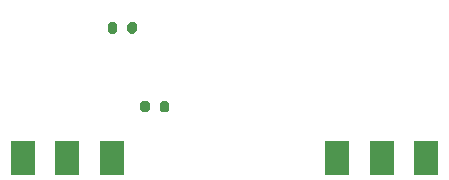
<source format=gbr>
G04 #@! TF.GenerationSoftware,KiCad,Pcbnew,(5.1.10-1-10_14)*
G04 #@! TF.CreationDate,2021-11-15T16:46:54-05:00*
G04 #@! TF.ProjectId,VGA2SCART,56474132-5343-4415-9254-2e6b69636164,1*
G04 #@! TF.SameCoordinates,Original*
G04 #@! TF.FileFunction,Paste,Bot*
G04 #@! TF.FilePolarity,Positive*
%FSLAX46Y46*%
G04 Gerber Fmt 4.6, Leading zero omitted, Abs format (unit mm)*
G04 Created by KiCad (PCBNEW (5.1.10-1-10_14)) date 2021-11-15 16:46:54*
%MOMM*%
%LPD*%
G01*
G04 APERTURE LIST*
%ADD10R,2.000000X3.000000*%
G04 APERTURE END LIST*
D10*
X130161146Y-103033895D03*
X156761146Y-103033895D03*
X152961146Y-103033895D03*
X149161146Y-103033895D03*
X126361146Y-103033895D03*
X122561146Y-103033895D03*
G36*
G01*
X133330000Y-98425000D02*
X133330000Y-98975000D01*
G75*
G02*
X133130000Y-99175000I-200000J0D01*
G01*
X132730000Y-99175000D01*
G75*
G02*
X132530000Y-98975000I0J200000D01*
G01*
X132530000Y-98425000D01*
G75*
G02*
X132730000Y-98225000I200000J0D01*
G01*
X133130000Y-98225000D01*
G75*
G02*
X133330000Y-98425000I0J-200000D01*
G01*
G37*
G36*
G01*
X134980000Y-98425000D02*
X134980000Y-98975000D01*
G75*
G02*
X134780000Y-99175000I-200000J0D01*
G01*
X134380000Y-99175000D01*
G75*
G02*
X134180000Y-98975000I0J200000D01*
G01*
X134180000Y-98425000D01*
G75*
G02*
X134380000Y-98225000I200000J0D01*
G01*
X134780000Y-98225000D01*
G75*
G02*
X134980000Y-98425000I0J-200000D01*
G01*
G37*
G36*
G01*
X130590000Y-91745000D02*
X130590000Y-92295000D01*
G75*
G02*
X130390000Y-92495000I-200000J0D01*
G01*
X129990000Y-92495000D01*
G75*
G02*
X129790000Y-92295000I0J200000D01*
G01*
X129790000Y-91745000D01*
G75*
G02*
X129990000Y-91545000I200000J0D01*
G01*
X130390000Y-91545000D01*
G75*
G02*
X130590000Y-91745000I0J-200000D01*
G01*
G37*
G36*
G01*
X132240000Y-91745000D02*
X132240000Y-92295000D01*
G75*
G02*
X132040000Y-92495000I-200000J0D01*
G01*
X131640000Y-92495000D01*
G75*
G02*
X131440000Y-92295000I0J200000D01*
G01*
X131440000Y-91745000D01*
G75*
G02*
X131640000Y-91545000I200000J0D01*
G01*
X132040000Y-91545000D01*
G75*
G02*
X132240000Y-91745000I0J-200000D01*
G01*
G37*
M02*

</source>
